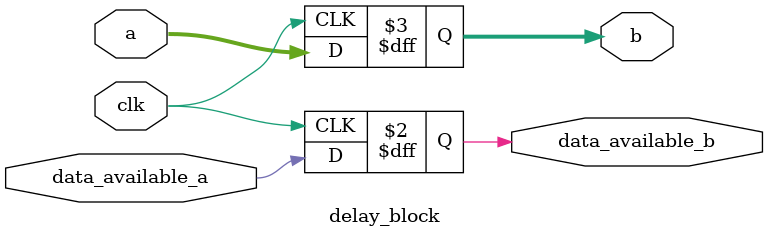
<source format=v>
module delay_block (
input[31:0] a,
input clk,
input data_available_a,
output reg data_available_b,
output reg [31:0] b

);

always @(posedge clk) begin
	b<=a;
	data_available_b<=data_available_a;
end

endmodule 
</source>
